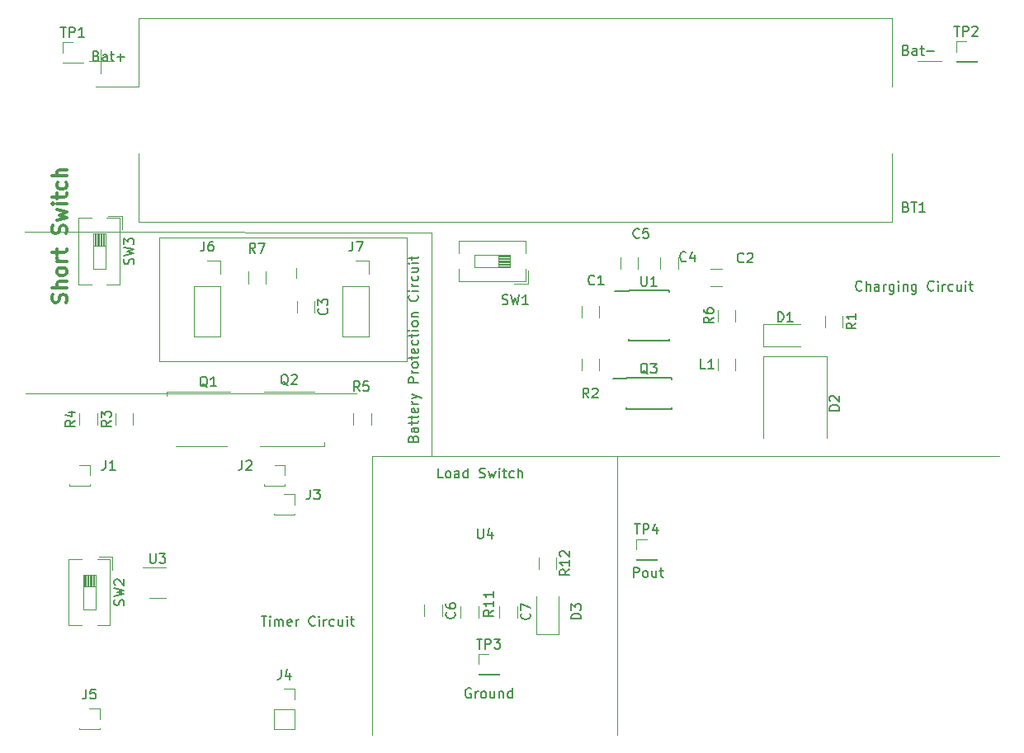
<source format=gbr>
G04 #@! TF.GenerationSoftware,KiCad,Pcbnew,(5.1.0)-1*
G04 #@! TF.CreationDate,2019-06-21T16:46:35-03:00*
G04 #@! TF.ProjectId,Main,4d61696e-2e6b-4696-9361-645f70636258,rev?*
G04 #@! TF.SameCoordinates,Original*
G04 #@! TF.FileFunction,Legend,Top*
G04 #@! TF.FilePolarity,Positive*
%FSLAX46Y46*%
G04 Gerber Fmt 4.6, Leading zero omitted, Abs format (unit mm)*
G04 Created by KiCad (PCBNEW (5.1.0)-1) date 2019-06-21 16:46:35*
%MOMM*%
%LPD*%
G04 APERTURE LIST*
%ADD10C,0.300000*%
%ADD11C,0.120000*%
%ADD12C,0.150000*%
G04 APERTURE END LIST*
D10*
X54207142Y-95657142D02*
X54278571Y-95442857D01*
X54278571Y-95085714D01*
X54207142Y-94942857D01*
X54135714Y-94871428D01*
X53992857Y-94800000D01*
X53850000Y-94800000D01*
X53707142Y-94871428D01*
X53635714Y-94942857D01*
X53564285Y-95085714D01*
X53492857Y-95371428D01*
X53421428Y-95514285D01*
X53350000Y-95585714D01*
X53207142Y-95657142D01*
X53064285Y-95657142D01*
X52921428Y-95585714D01*
X52850000Y-95514285D01*
X52778571Y-95371428D01*
X52778571Y-95014285D01*
X52850000Y-94800000D01*
X54278571Y-94157142D02*
X52778571Y-94157142D01*
X54278571Y-93514285D02*
X53492857Y-93514285D01*
X53350000Y-93585714D01*
X53278571Y-93728571D01*
X53278571Y-93942857D01*
X53350000Y-94085714D01*
X53421428Y-94157142D01*
X54278571Y-92585714D02*
X54207142Y-92728571D01*
X54135714Y-92800000D01*
X53992857Y-92871428D01*
X53564285Y-92871428D01*
X53421428Y-92800000D01*
X53350000Y-92728571D01*
X53278571Y-92585714D01*
X53278571Y-92371428D01*
X53350000Y-92228571D01*
X53421428Y-92157142D01*
X53564285Y-92085714D01*
X53992857Y-92085714D01*
X54135714Y-92157142D01*
X54207142Y-92228571D01*
X54278571Y-92371428D01*
X54278571Y-92585714D01*
X54278571Y-91442857D02*
X53278571Y-91442857D01*
X53564285Y-91442857D02*
X53421428Y-91371428D01*
X53350000Y-91300000D01*
X53278571Y-91157142D01*
X53278571Y-91014285D01*
X53278571Y-90728571D02*
X53278571Y-90157142D01*
X52778571Y-90514285D02*
X54064285Y-90514285D01*
X54207142Y-90442857D01*
X54278571Y-90300000D01*
X54278571Y-90157142D01*
X54207142Y-88585714D02*
X54278571Y-88371428D01*
X54278571Y-88014285D01*
X54207142Y-87871428D01*
X54135714Y-87800000D01*
X53992857Y-87728571D01*
X53850000Y-87728571D01*
X53707142Y-87800000D01*
X53635714Y-87871428D01*
X53564285Y-88014285D01*
X53492857Y-88300000D01*
X53421428Y-88442857D01*
X53350000Y-88514285D01*
X53207142Y-88585714D01*
X53064285Y-88585714D01*
X52921428Y-88514285D01*
X52850000Y-88442857D01*
X52778571Y-88300000D01*
X52778571Y-87942857D01*
X52850000Y-87728571D01*
X53278571Y-87228571D02*
X54278571Y-86942857D01*
X53564285Y-86657142D01*
X54278571Y-86371428D01*
X53278571Y-86085714D01*
X54278571Y-85514285D02*
X53278571Y-85514285D01*
X52778571Y-85514285D02*
X52850000Y-85585714D01*
X52921428Y-85514285D01*
X52850000Y-85442857D01*
X52778571Y-85514285D01*
X52921428Y-85514285D01*
X53278571Y-85014285D02*
X53278571Y-84442857D01*
X52778571Y-84800000D02*
X54064285Y-84800000D01*
X54207142Y-84728571D01*
X54278571Y-84585714D01*
X54278571Y-84442857D01*
X54207142Y-83300000D02*
X54278571Y-83442857D01*
X54278571Y-83728571D01*
X54207142Y-83871428D01*
X54135714Y-83942857D01*
X53992857Y-84014285D01*
X53564285Y-84014285D01*
X53421428Y-83942857D01*
X53350000Y-83871428D01*
X53278571Y-83728571D01*
X53278571Y-83442857D01*
X53350000Y-83300000D01*
X54278571Y-82657142D02*
X52778571Y-82657142D01*
X54278571Y-82014285D02*
X53492857Y-82014285D01*
X53350000Y-82085714D01*
X53278571Y-82228571D01*
X53278571Y-82442857D01*
X53350000Y-82585714D01*
X53421428Y-82657142D01*
D11*
X51000000Y-105000000D02*
X50100000Y-105000000D01*
X52600000Y-88400000D02*
X50000000Y-88400000D01*
X143100000Y-111400000D02*
X150000000Y-111400000D01*
D12*
X112447619Y-123852380D02*
X112447619Y-122852380D01*
X112828571Y-122852380D01*
X112923809Y-122900000D01*
X112971428Y-122947619D01*
X113019047Y-123042857D01*
X113019047Y-123185714D01*
X112971428Y-123280952D01*
X112923809Y-123328571D01*
X112828571Y-123376190D01*
X112447619Y-123376190D01*
X113590476Y-123852380D02*
X113495238Y-123804761D01*
X113447619Y-123757142D01*
X113400000Y-123661904D01*
X113400000Y-123376190D01*
X113447619Y-123280952D01*
X113495238Y-123233333D01*
X113590476Y-123185714D01*
X113733333Y-123185714D01*
X113828571Y-123233333D01*
X113876190Y-123280952D01*
X113923809Y-123376190D01*
X113923809Y-123661904D01*
X113876190Y-123757142D01*
X113828571Y-123804761D01*
X113733333Y-123852380D01*
X113590476Y-123852380D01*
X114780952Y-123185714D02*
X114780952Y-123852380D01*
X114352380Y-123185714D02*
X114352380Y-123709523D01*
X114400000Y-123804761D01*
X114495238Y-123852380D01*
X114638095Y-123852380D01*
X114733333Y-123804761D01*
X114780952Y-123757142D01*
X115114285Y-123185714D02*
X115495238Y-123185714D01*
X115257142Y-122852380D02*
X115257142Y-123709523D01*
X115304761Y-123804761D01*
X115400000Y-123852380D01*
X115495238Y-123852380D01*
D11*
X110800000Y-111400000D02*
X144700000Y-111400000D01*
X53700000Y-88400000D02*
X52600000Y-88400000D01*
X91700000Y-88500000D02*
X53700000Y-88400000D01*
X91700000Y-111400000D02*
X91700000Y-88500000D01*
X63800000Y-89000000D02*
X63800000Y-101700000D01*
X89200000Y-101700000D02*
X63800000Y-101700000D01*
X89200000Y-89000000D02*
X89200000Y-101700000D01*
X84000000Y-105000000D02*
X51000000Y-105000000D01*
X63800000Y-89000000D02*
X89200000Y-89000000D01*
X110800000Y-111400000D02*
X110800000Y-140000000D01*
X85600000Y-111400000D02*
X110800000Y-111400000D01*
D12*
X135866666Y-94357142D02*
X135819047Y-94404761D01*
X135676190Y-94452380D01*
X135580952Y-94452380D01*
X135438095Y-94404761D01*
X135342857Y-94309523D01*
X135295238Y-94214285D01*
X135247619Y-94023809D01*
X135247619Y-93880952D01*
X135295238Y-93690476D01*
X135342857Y-93595238D01*
X135438095Y-93500000D01*
X135580952Y-93452380D01*
X135676190Y-93452380D01*
X135819047Y-93500000D01*
X135866666Y-93547619D01*
X136295238Y-94452380D02*
X136295238Y-93452380D01*
X136723809Y-94452380D02*
X136723809Y-93928571D01*
X136676190Y-93833333D01*
X136580952Y-93785714D01*
X136438095Y-93785714D01*
X136342857Y-93833333D01*
X136295238Y-93880952D01*
X137628571Y-94452380D02*
X137628571Y-93928571D01*
X137580952Y-93833333D01*
X137485714Y-93785714D01*
X137295238Y-93785714D01*
X137200000Y-93833333D01*
X137628571Y-94404761D02*
X137533333Y-94452380D01*
X137295238Y-94452380D01*
X137200000Y-94404761D01*
X137152380Y-94309523D01*
X137152380Y-94214285D01*
X137200000Y-94119047D01*
X137295238Y-94071428D01*
X137533333Y-94071428D01*
X137628571Y-94023809D01*
X138104761Y-94452380D02*
X138104761Y-93785714D01*
X138104761Y-93976190D02*
X138152380Y-93880952D01*
X138200000Y-93833333D01*
X138295238Y-93785714D01*
X138390476Y-93785714D01*
X139152380Y-93785714D02*
X139152380Y-94595238D01*
X139104761Y-94690476D01*
X139057142Y-94738095D01*
X138961904Y-94785714D01*
X138819047Y-94785714D01*
X138723809Y-94738095D01*
X139152380Y-94404761D02*
X139057142Y-94452380D01*
X138866666Y-94452380D01*
X138771428Y-94404761D01*
X138723809Y-94357142D01*
X138676190Y-94261904D01*
X138676190Y-93976190D01*
X138723809Y-93880952D01*
X138771428Y-93833333D01*
X138866666Y-93785714D01*
X139057142Y-93785714D01*
X139152380Y-93833333D01*
X139628571Y-94452380D02*
X139628571Y-93785714D01*
X139628571Y-93452380D02*
X139580952Y-93500000D01*
X139628571Y-93547619D01*
X139676190Y-93500000D01*
X139628571Y-93452380D01*
X139628571Y-93547619D01*
X140104761Y-93785714D02*
X140104761Y-94452380D01*
X140104761Y-93880952D02*
X140152380Y-93833333D01*
X140247619Y-93785714D01*
X140390476Y-93785714D01*
X140485714Y-93833333D01*
X140533333Y-93928571D01*
X140533333Y-94452380D01*
X141438095Y-93785714D02*
X141438095Y-94595238D01*
X141390476Y-94690476D01*
X141342857Y-94738095D01*
X141247619Y-94785714D01*
X141104761Y-94785714D01*
X141009523Y-94738095D01*
X141438095Y-94404761D02*
X141342857Y-94452380D01*
X141152380Y-94452380D01*
X141057142Y-94404761D01*
X141009523Y-94357142D01*
X140961904Y-94261904D01*
X140961904Y-93976190D01*
X141009523Y-93880952D01*
X141057142Y-93833333D01*
X141152380Y-93785714D01*
X141342857Y-93785714D01*
X141438095Y-93833333D01*
X143247619Y-94357142D02*
X143200000Y-94404761D01*
X143057142Y-94452380D01*
X142961904Y-94452380D01*
X142819047Y-94404761D01*
X142723809Y-94309523D01*
X142676190Y-94214285D01*
X142628571Y-94023809D01*
X142628571Y-93880952D01*
X142676190Y-93690476D01*
X142723809Y-93595238D01*
X142819047Y-93500000D01*
X142961904Y-93452380D01*
X143057142Y-93452380D01*
X143200000Y-93500000D01*
X143247619Y-93547619D01*
X143676190Y-94452380D02*
X143676190Y-93785714D01*
X143676190Y-93452380D02*
X143628571Y-93500000D01*
X143676190Y-93547619D01*
X143723809Y-93500000D01*
X143676190Y-93452380D01*
X143676190Y-93547619D01*
X144152380Y-94452380D02*
X144152380Y-93785714D01*
X144152380Y-93976190D02*
X144200000Y-93880952D01*
X144247619Y-93833333D01*
X144342857Y-93785714D01*
X144438095Y-93785714D01*
X145200000Y-94404761D02*
X145104761Y-94452380D01*
X144914285Y-94452380D01*
X144819047Y-94404761D01*
X144771428Y-94357142D01*
X144723809Y-94261904D01*
X144723809Y-93976190D01*
X144771428Y-93880952D01*
X144819047Y-93833333D01*
X144914285Y-93785714D01*
X145104761Y-93785714D01*
X145200000Y-93833333D01*
X146057142Y-93785714D02*
X146057142Y-94452380D01*
X145628571Y-93785714D02*
X145628571Y-94309523D01*
X145676190Y-94404761D01*
X145771428Y-94452380D01*
X145914285Y-94452380D01*
X146009523Y-94404761D01*
X146057142Y-94357142D01*
X146533333Y-94452380D02*
X146533333Y-93785714D01*
X146533333Y-93452380D02*
X146485714Y-93500000D01*
X146533333Y-93547619D01*
X146580952Y-93500000D01*
X146533333Y-93452380D01*
X146533333Y-93547619D01*
X146866666Y-93785714D02*
X147247619Y-93785714D01*
X147009523Y-93452380D02*
X147009523Y-94309523D01*
X147057142Y-94404761D01*
X147152380Y-94452380D01*
X147247619Y-94452380D01*
X92866666Y-113652380D02*
X92390476Y-113652380D01*
X92390476Y-112652380D01*
X93342857Y-113652380D02*
X93247619Y-113604761D01*
X93200000Y-113557142D01*
X93152380Y-113461904D01*
X93152380Y-113176190D01*
X93200000Y-113080952D01*
X93247619Y-113033333D01*
X93342857Y-112985714D01*
X93485714Y-112985714D01*
X93580952Y-113033333D01*
X93628571Y-113080952D01*
X93676190Y-113176190D01*
X93676190Y-113461904D01*
X93628571Y-113557142D01*
X93580952Y-113604761D01*
X93485714Y-113652380D01*
X93342857Y-113652380D01*
X94533333Y-113652380D02*
X94533333Y-113128571D01*
X94485714Y-113033333D01*
X94390476Y-112985714D01*
X94200000Y-112985714D01*
X94104761Y-113033333D01*
X94533333Y-113604761D02*
X94438095Y-113652380D01*
X94200000Y-113652380D01*
X94104761Y-113604761D01*
X94057142Y-113509523D01*
X94057142Y-113414285D01*
X94104761Y-113319047D01*
X94200000Y-113271428D01*
X94438095Y-113271428D01*
X94533333Y-113223809D01*
X95438095Y-113652380D02*
X95438095Y-112652380D01*
X95438095Y-113604761D02*
X95342857Y-113652380D01*
X95152380Y-113652380D01*
X95057142Y-113604761D01*
X95009523Y-113557142D01*
X94961904Y-113461904D01*
X94961904Y-113176190D01*
X95009523Y-113080952D01*
X95057142Y-113033333D01*
X95152380Y-112985714D01*
X95342857Y-112985714D01*
X95438095Y-113033333D01*
X96628571Y-113604761D02*
X96771428Y-113652380D01*
X97009523Y-113652380D01*
X97104761Y-113604761D01*
X97152380Y-113557142D01*
X97200000Y-113461904D01*
X97200000Y-113366666D01*
X97152380Y-113271428D01*
X97104761Y-113223809D01*
X97009523Y-113176190D01*
X96819047Y-113128571D01*
X96723809Y-113080952D01*
X96676190Y-113033333D01*
X96628571Y-112938095D01*
X96628571Y-112842857D01*
X96676190Y-112747619D01*
X96723809Y-112700000D01*
X96819047Y-112652380D01*
X97057142Y-112652380D01*
X97200000Y-112700000D01*
X97533333Y-112985714D02*
X97723809Y-113652380D01*
X97914285Y-113176190D01*
X98104761Y-113652380D01*
X98295238Y-112985714D01*
X98676190Y-113652380D02*
X98676190Y-112985714D01*
X98676190Y-112652380D02*
X98628571Y-112700000D01*
X98676190Y-112747619D01*
X98723809Y-112700000D01*
X98676190Y-112652380D01*
X98676190Y-112747619D01*
X99009523Y-112985714D02*
X99390476Y-112985714D01*
X99152380Y-112652380D02*
X99152380Y-113509523D01*
X99200000Y-113604761D01*
X99295238Y-113652380D01*
X99390476Y-113652380D01*
X100152380Y-113604761D02*
X100057142Y-113652380D01*
X99866666Y-113652380D01*
X99771428Y-113604761D01*
X99723809Y-113557142D01*
X99676190Y-113461904D01*
X99676190Y-113176190D01*
X99723809Y-113080952D01*
X99771428Y-113033333D01*
X99866666Y-112985714D01*
X100057142Y-112985714D01*
X100152380Y-113033333D01*
X100580952Y-113652380D02*
X100580952Y-112652380D01*
X101009523Y-113652380D02*
X101009523Y-113128571D01*
X100961904Y-113033333D01*
X100866666Y-112985714D01*
X100723809Y-112985714D01*
X100628571Y-113033333D01*
X100580952Y-113080952D01*
X89828571Y-109619047D02*
X89876190Y-109476190D01*
X89923809Y-109428571D01*
X90019047Y-109380952D01*
X90161904Y-109380952D01*
X90257142Y-109428571D01*
X90304761Y-109476190D01*
X90352380Y-109571428D01*
X90352380Y-109952380D01*
X89352380Y-109952380D01*
X89352380Y-109619047D01*
X89400000Y-109523809D01*
X89447619Y-109476190D01*
X89542857Y-109428571D01*
X89638095Y-109428571D01*
X89733333Y-109476190D01*
X89780952Y-109523809D01*
X89828571Y-109619047D01*
X89828571Y-109952380D01*
X90352380Y-108523809D02*
X89828571Y-108523809D01*
X89733333Y-108571428D01*
X89685714Y-108666666D01*
X89685714Y-108857142D01*
X89733333Y-108952380D01*
X90304761Y-108523809D02*
X90352380Y-108619047D01*
X90352380Y-108857142D01*
X90304761Y-108952380D01*
X90209523Y-109000000D01*
X90114285Y-109000000D01*
X90019047Y-108952380D01*
X89971428Y-108857142D01*
X89971428Y-108619047D01*
X89923809Y-108523809D01*
X89685714Y-108190476D02*
X89685714Y-107809523D01*
X89352380Y-108047619D02*
X90209523Y-108047619D01*
X90304761Y-108000000D01*
X90352380Y-107904761D01*
X90352380Y-107809523D01*
X89685714Y-107619047D02*
X89685714Y-107238095D01*
X89352380Y-107476190D02*
X90209523Y-107476190D01*
X90304761Y-107428571D01*
X90352380Y-107333333D01*
X90352380Y-107238095D01*
X90304761Y-106523809D02*
X90352380Y-106619047D01*
X90352380Y-106809523D01*
X90304761Y-106904761D01*
X90209523Y-106952380D01*
X89828571Y-106952380D01*
X89733333Y-106904761D01*
X89685714Y-106809523D01*
X89685714Y-106619047D01*
X89733333Y-106523809D01*
X89828571Y-106476190D01*
X89923809Y-106476190D01*
X90019047Y-106952380D01*
X90352380Y-106047619D02*
X89685714Y-106047619D01*
X89876190Y-106047619D02*
X89780952Y-106000000D01*
X89733333Y-105952380D01*
X89685714Y-105857142D01*
X89685714Y-105761904D01*
X89685714Y-105523809D02*
X90352380Y-105285714D01*
X89685714Y-105047619D02*
X90352380Y-105285714D01*
X90590476Y-105380952D01*
X90638095Y-105428571D01*
X90685714Y-105523809D01*
X90352380Y-103904761D02*
X89352380Y-103904761D01*
X89352380Y-103523809D01*
X89400000Y-103428571D01*
X89447619Y-103380952D01*
X89542857Y-103333333D01*
X89685714Y-103333333D01*
X89780952Y-103380952D01*
X89828571Y-103428571D01*
X89876190Y-103523809D01*
X89876190Y-103904761D01*
X90352380Y-102904761D02*
X89685714Y-102904761D01*
X89876190Y-102904761D02*
X89780952Y-102857142D01*
X89733333Y-102809523D01*
X89685714Y-102714285D01*
X89685714Y-102619047D01*
X90352380Y-102142857D02*
X90304761Y-102238095D01*
X90257142Y-102285714D01*
X90161904Y-102333333D01*
X89876190Y-102333333D01*
X89780952Y-102285714D01*
X89733333Y-102238095D01*
X89685714Y-102142857D01*
X89685714Y-102000000D01*
X89733333Y-101904761D01*
X89780952Y-101857142D01*
X89876190Y-101809523D01*
X90161904Y-101809523D01*
X90257142Y-101857142D01*
X90304761Y-101904761D01*
X90352380Y-102000000D01*
X90352380Y-102142857D01*
X89685714Y-101523809D02*
X89685714Y-101142857D01*
X89352380Y-101380952D02*
X90209523Y-101380952D01*
X90304761Y-101333333D01*
X90352380Y-101238095D01*
X90352380Y-101142857D01*
X90304761Y-100428571D02*
X90352380Y-100523809D01*
X90352380Y-100714285D01*
X90304761Y-100809523D01*
X90209523Y-100857142D01*
X89828571Y-100857142D01*
X89733333Y-100809523D01*
X89685714Y-100714285D01*
X89685714Y-100523809D01*
X89733333Y-100428571D01*
X89828571Y-100380952D01*
X89923809Y-100380952D01*
X90019047Y-100857142D01*
X90304761Y-99523809D02*
X90352380Y-99619047D01*
X90352380Y-99809523D01*
X90304761Y-99904761D01*
X90257142Y-99952380D01*
X90161904Y-100000000D01*
X89876190Y-100000000D01*
X89780952Y-99952380D01*
X89733333Y-99904761D01*
X89685714Y-99809523D01*
X89685714Y-99619047D01*
X89733333Y-99523809D01*
X89685714Y-99238095D02*
X89685714Y-98857142D01*
X89352380Y-99095238D02*
X90209523Y-99095238D01*
X90304761Y-99047619D01*
X90352380Y-98952380D01*
X90352380Y-98857142D01*
X90352380Y-98523809D02*
X89685714Y-98523809D01*
X89352380Y-98523809D02*
X89400000Y-98571428D01*
X89447619Y-98523809D01*
X89400000Y-98476190D01*
X89352380Y-98523809D01*
X89447619Y-98523809D01*
X90352380Y-97904761D02*
X90304761Y-98000000D01*
X90257142Y-98047619D01*
X90161904Y-98095238D01*
X89876190Y-98095238D01*
X89780952Y-98047619D01*
X89733333Y-98000000D01*
X89685714Y-97904761D01*
X89685714Y-97761904D01*
X89733333Y-97666666D01*
X89780952Y-97619047D01*
X89876190Y-97571428D01*
X90161904Y-97571428D01*
X90257142Y-97619047D01*
X90304761Y-97666666D01*
X90352380Y-97761904D01*
X90352380Y-97904761D01*
X89685714Y-97142857D02*
X90352380Y-97142857D01*
X89780952Y-97142857D02*
X89733333Y-97095238D01*
X89685714Y-97000000D01*
X89685714Y-96857142D01*
X89733333Y-96761904D01*
X89828571Y-96714285D01*
X90352380Y-96714285D01*
X90257142Y-94904761D02*
X90304761Y-94952380D01*
X90352380Y-95095238D01*
X90352380Y-95190476D01*
X90304761Y-95333333D01*
X90209523Y-95428571D01*
X90114285Y-95476190D01*
X89923809Y-95523809D01*
X89780952Y-95523809D01*
X89590476Y-95476190D01*
X89495238Y-95428571D01*
X89400000Y-95333333D01*
X89352380Y-95190476D01*
X89352380Y-95095238D01*
X89400000Y-94952380D01*
X89447619Y-94904761D01*
X90352380Y-94476190D02*
X89685714Y-94476190D01*
X89352380Y-94476190D02*
X89400000Y-94523809D01*
X89447619Y-94476190D01*
X89400000Y-94428571D01*
X89352380Y-94476190D01*
X89447619Y-94476190D01*
X90352380Y-94000000D02*
X89685714Y-94000000D01*
X89876190Y-94000000D02*
X89780952Y-93952380D01*
X89733333Y-93904761D01*
X89685714Y-93809523D01*
X89685714Y-93714285D01*
X90304761Y-92952380D02*
X90352380Y-93047619D01*
X90352380Y-93238095D01*
X90304761Y-93333333D01*
X90257142Y-93380952D01*
X90161904Y-93428571D01*
X89876190Y-93428571D01*
X89780952Y-93380952D01*
X89733333Y-93333333D01*
X89685714Y-93238095D01*
X89685714Y-93047619D01*
X89733333Y-92952380D01*
X89685714Y-92095238D02*
X90352380Y-92095238D01*
X89685714Y-92523809D02*
X90209523Y-92523809D01*
X90304761Y-92476190D01*
X90352380Y-92380952D01*
X90352380Y-92238095D01*
X90304761Y-92142857D01*
X90257142Y-92095238D01*
X90352380Y-91619047D02*
X89685714Y-91619047D01*
X89352380Y-91619047D02*
X89400000Y-91666666D01*
X89447619Y-91619047D01*
X89400000Y-91571428D01*
X89352380Y-91619047D01*
X89447619Y-91619047D01*
X89685714Y-91285714D02*
X89685714Y-90904761D01*
X89352380Y-91142857D02*
X90209523Y-91142857D01*
X90304761Y-91095238D01*
X90352380Y-91000000D01*
X90352380Y-90904761D01*
X74238095Y-127852380D02*
X74809523Y-127852380D01*
X74523809Y-128852380D02*
X74523809Y-127852380D01*
X75142857Y-128852380D02*
X75142857Y-128185714D01*
X75142857Y-127852380D02*
X75095238Y-127900000D01*
X75142857Y-127947619D01*
X75190476Y-127900000D01*
X75142857Y-127852380D01*
X75142857Y-127947619D01*
X75619047Y-128852380D02*
X75619047Y-128185714D01*
X75619047Y-128280952D02*
X75666666Y-128233333D01*
X75761904Y-128185714D01*
X75904761Y-128185714D01*
X76000000Y-128233333D01*
X76047619Y-128328571D01*
X76047619Y-128852380D01*
X76047619Y-128328571D02*
X76095238Y-128233333D01*
X76190476Y-128185714D01*
X76333333Y-128185714D01*
X76428571Y-128233333D01*
X76476190Y-128328571D01*
X76476190Y-128852380D01*
X77333333Y-128804761D02*
X77238095Y-128852380D01*
X77047619Y-128852380D01*
X76952380Y-128804761D01*
X76904761Y-128709523D01*
X76904761Y-128328571D01*
X76952380Y-128233333D01*
X77047619Y-128185714D01*
X77238095Y-128185714D01*
X77333333Y-128233333D01*
X77380952Y-128328571D01*
X77380952Y-128423809D01*
X76904761Y-128519047D01*
X77809523Y-128852380D02*
X77809523Y-128185714D01*
X77809523Y-128376190D02*
X77857142Y-128280952D01*
X77904761Y-128233333D01*
X78000000Y-128185714D01*
X78095238Y-128185714D01*
X79761904Y-128757142D02*
X79714285Y-128804761D01*
X79571428Y-128852380D01*
X79476190Y-128852380D01*
X79333333Y-128804761D01*
X79238095Y-128709523D01*
X79190476Y-128614285D01*
X79142857Y-128423809D01*
X79142857Y-128280952D01*
X79190476Y-128090476D01*
X79238095Y-127995238D01*
X79333333Y-127900000D01*
X79476190Y-127852380D01*
X79571428Y-127852380D01*
X79714285Y-127900000D01*
X79761904Y-127947619D01*
X80190476Y-128852380D02*
X80190476Y-128185714D01*
X80190476Y-127852380D02*
X80142857Y-127900000D01*
X80190476Y-127947619D01*
X80238095Y-127900000D01*
X80190476Y-127852380D01*
X80190476Y-127947619D01*
X80666666Y-128852380D02*
X80666666Y-128185714D01*
X80666666Y-128376190D02*
X80714285Y-128280952D01*
X80761904Y-128233333D01*
X80857142Y-128185714D01*
X80952380Y-128185714D01*
X81714285Y-128804761D02*
X81619047Y-128852380D01*
X81428571Y-128852380D01*
X81333333Y-128804761D01*
X81285714Y-128757142D01*
X81238095Y-128661904D01*
X81238095Y-128376190D01*
X81285714Y-128280952D01*
X81333333Y-128233333D01*
X81428571Y-128185714D01*
X81619047Y-128185714D01*
X81714285Y-128233333D01*
X82571428Y-128185714D02*
X82571428Y-128852380D01*
X82142857Y-128185714D02*
X82142857Y-128709523D01*
X82190476Y-128804761D01*
X82285714Y-128852380D01*
X82428571Y-128852380D01*
X82523809Y-128804761D01*
X82571428Y-128757142D01*
X83047619Y-128852380D02*
X83047619Y-128185714D01*
X83047619Y-127852380D02*
X83000000Y-127900000D01*
X83047619Y-127947619D01*
X83095238Y-127900000D01*
X83047619Y-127852380D01*
X83047619Y-127947619D01*
X83380952Y-128185714D02*
X83761904Y-128185714D01*
X83523809Y-127852380D02*
X83523809Y-128709523D01*
X83571428Y-128804761D01*
X83666666Y-128852380D01*
X83761904Y-128852380D01*
X140414285Y-69728571D02*
X140557142Y-69776190D01*
X140604761Y-69823809D01*
X140652380Y-69919047D01*
X140652380Y-70061904D01*
X140604761Y-70157142D01*
X140557142Y-70204761D01*
X140461904Y-70252380D01*
X140080952Y-70252380D01*
X140080952Y-69252380D01*
X140414285Y-69252380D01*
X140509523Y-69300000D01*
X140557142Y-69347619D01*
X140604761Y-69442857D01*
X140604761Y-69538095D01*
X140557142Y-69633333D01*
X140509523Y-69680952D01*
X140414285Y-69728571D01*
X140080952Y-69728571D01*
X141509523Y-70252380D02*
X141509523Y-69728571D01*
X141461904Y-69633333D01*
X141366666Y-69585714D01*
X141176190Y-69585714D01*
X141080952Y-69633333D01*
X141509523Y-70204761D02*
X141414285Y-70252380D01*
X141176190Y-70252380D01*
X141080952Y-70204761D01*
X141033333Y-70109523D01*
X141033333Y-70014285D01*
X141080952Y-69919047D01*
X141176190Y-69871428D01*
X141414285Y-69871428D01*
X141509523Y-69823809D01*
X141842857Y-69585714D02*
X142223809Y-69585714D01*
X141985714Y-69252380D02*
X141985714Y-70109523D01*
X142033333Y-70204761D01*
X142128571Y-70252380D01*
X142223809Y-70252380D01*
X142557142Y-69871428D02*
X143319047Y-69871428D01*
X57314285Y-70328571D02*
X57457142Y-70376190D01*
X57504761Y-70423809D01*
X57552380Y-70519047D01*
X57552380Y-70661904D01*
X57504761Y-70757142D01*
X57457142Y-70804761D01*
X57361904Y-70852380D01*
X56980952Y-70852380D01*
X56980952Y-69852380D01*
X57314285Y-69852380D01*
X57409523Y-69900000D01*
X57457142Y-69947619D01*
X57504761Y-70042857D01*
X57504761Y-70138095D01*
X57457142Y-70233333D01*
X57409523Y-70280952D01*
X57314285Y-70328571D01*
X56980952Y-70328571D01*
X58409523Y-70852380D02*
X58409523Y-70328571D01*
X58361904Y-70233333D01*
X58266666Y-70185714D01*
X58076190Y-70185714D01*
X57980952Y-70233333D01*
X58409523Y-70804761D02*
X58314285Y-70852380D01*
X58076190Y-70852380D01*
X57980952Y-70804761D01*
X57933333Y-70709523D01*
X57933333Y-70614285D01*
X57980952Y-70519047D01*
X58076190Y-70471428D01*
X58314285Y-70471428D01*
X58409523Y-70423809D01*
X58742857Y-70185714D02*
X59123809Y-70185714D01*
X58885714Y-69852380D02*
X58885714Y-70709523D01*
X58933333Y-70804761D01*
X59028571Y-70852380D01*
X59123809Y-70852380D01*
X59457142Y-70471428D02*
X60219047Y-70471428D01*
X59838095Y-70852380D02*
X59838095Y-70090476D01*
X95742857Y-135300000D02*
X95647619Y-135252380D01*
X95504761Y-135252380D01*
X95361904Y-135300000D01*
X95266666Y-135395238D01*
X95219047Y-135490476D01*
X95171428Y-135680952D01*
X95171428Y-135823809D01*
X95219047Y-136014285D01*
X95266666Y-136109523D01*
X95361904Y-136204761D01*
X95504761Y-136252380D01*
X95600000Y-136252380D01*
X95742857Y-136204761D01*
X95790476Y-136157142D01*
X95790476Y-135823809D01*
X95600000Y-135823809D01*
X96219047Y-136252380D02*
X96219047Y-135585714D01*
X96219047Y-135776190D02*
X96266666Y-135680952D01*
X96314285Y-135633333D01*
X96409523Y-135585714D01*
X96504761Y-135585714D01*
X96980952Y-136252380D02*
X96885714Y-136204761D01*
X96838095Y-136157142D01*
X96790476Y-136061904D01*
X96790476Y-135776190D01*
X96838095Y-135680952D01*
X96885714Y-135633333D01*
X96980952Y-135585714D01*
X97123809Y-135585714D01*
X97219047Y-135633333D01*
X97266666Y-135680952D01*
X97314285Y-135776190D01*
X97314285Y-136061904D01*
X97266666Y-136157142D01*
X97219047Y-136204761D01*
X97123809Y-136252380D01*
X96980952Y-136252380D01*
X98171428Y-135585714D02*
X98171428Y-136252380D01*
X97742857Y-135585714D02*
X97742857Y-136109523D01*
X97790476Y-136204761D01*
X97885714Y-136252380D01*
X98028571Y-136252380D01*
X98123809Y-136204761D01*
X98171428Y-136157142D01*
X98647619Y-135585714D02*
X98647619Y-136252380D01*
X98647619Y-135680952D02*
X98695238Y-135633333D01*
X98790476Y-135585714D01*
X98933333Y-135585714D01*
X99028571Y-135633333D01*
X99076190Y-135728571D01*
X99076190Y-136252380D01*
X99980952Y-136252380D02*
X99980952Y-135252380D01*
X99980952Y-136204761D02*
X99885714Y-136252380D01*
X99695238Y-136252380D01*
X99600000Y-136204761D01*
X99552380Y-136157142D01*
X99504761Y-136061904D01*
X99504761Y-135776190D01*
X99552380Y-135680952D01*
X99600000Y-135633333D01*
X99695238Y-135585714D01*
X99885714Y-135585714D01*
X99980952Y-135633333D01*
D11*
X77800000Y-92100000D02*
X77800000Y-93100000D01*
X85600000Y-111400000D02*
X85600000Y-140000000D01*
X82610000Y-93970000D02*
X85270000Y-93970000D01*
X82610000Y-93970000D02*
X82610000Y-99110000D01*
X82610000Y-99110000D02*
X85270000Y-99110000D01*
X85270000Y-93970000D02*
X85270000Y-99110000D01*
X85270000Y-91370000D02*
X85270000Y-92700000D01*
X83940000Y-91370000D02*
X85270000Y-91370000D01*
X61660000Y-73460000D02*
X57300000Y-73460000D01*
X61660000Y-87340000D02*
X61660000Y-80340000D01*
X138940000Y-87340000D02*
X61660000Y-87340000D01*
X138940000Y-80340000D02*
X138940000Y-87340000D01*
X61660000Y-66460000D02*
X61660000Y-73460000D01*
X138940000Y-66460000D02*
X61660000Y-66460000D01*
X138940000Y-73460000D02*
X138940000Y-66480000D01*
X144050000Y-70900000D02*
X141550000Y-70900000D01*
X56550000Y-70900000D02*
X59050000Y-70900000D01*
X57800000Y-72150000D02*
X57800000Y-69650000D01*
X108910000Y-95997936D02*
X108910000Y-97202064D01*
X107090000Y-95997936D02*
X107090000Y-97202064D01*
X121502064Y-92190000D02*
X120297936Y-92190000D01*
X121502064Y-94010000D02*
X120297936Y-94010000D01*
X79710000Y-95497936D02*
X79710000Y-96702064D01*
X77890000Y-95497936D02*
X77890000Y-96702064D01*
X115195001Y-91020937D02*
X115195001Y-92225065D01*
X117015001Y-91020937D02*
X117015001Y-92225065D01*
X112910000Y-91020937D02*
X112910000Y-92225065D01*
X111090000Y-91020937D02*
X111090000Y-92225065D01*
X92796999Y-126682937D02*
X92796999Y-127887065D01*
X90976999Y-126682937D02*
X90976999Y-127887065D01*
X98690000Y-126797936D02*
X98690000Y-128002064D01*
X100510000Y-126797936D02*
X100510000Y-128002064D01*
X125715000Y-100135000D02*
X129600000Y-100135000D01*
X125715000Y-97865000D02*
X125715000Y-100135000D01*
X129600000Y-97865000D02*
X125715000Y-97865000D01*
X125750000Y-101200000D02*
X132250000Y-101200000D01*
X125750000Y-101200000D02*
X125750000Y-109600000D01*
X132250000Y-101200000D02*
X132250000Y-109600000D01*
X102465000Y-125800000D02*
X102465000Y-129685000D01*
X102465000Y-129685000D02*
X104735000Y-129685000D01*
X104735000Y-129685000D02*
X104735000Y-125800000D01*
X54540000Y-114460000D02*
X56660000Y-114460000D01*
X54540000Y-114340000D02*
X54540000Y-114460000D01*
X56660000Y-114340000D02*
X56660000Y-114460000D01*
X56660000Y-112340000D02*
X56660000Y-113400000D01*
X55600000Y-112340000D02*
X56660000Y-112340000D01*
X75600000Y-112340000D02*
X76660000Y-112340000D01*
X76660000Y-112340000D02*
X76660000Y-113400000D01*
X76660000Y-114340000D02*
X76660000Y-114460000D01*
X74540000Y-114340000D02*
X74540000Y-114460000D01*
X74540000Y-114460000D02*
X76660000Y-114460000D01*
X75540000Y-117460000D02*
X77660000Y-117460000D01*
X75540000Y-117340000D02*
X75540000Y-117460000D01*
X77660000Y-117340000D02*
X77660000Y-117460000D01*
X77660000Y-115340000D02*
X77660000Y-116400000D01*
X76600000Y-115340000D02*
X77660000Y-115340000D01*
X75540000Y-137400000D02*
X77660000Y-137400000D01*
X75540000Y-137400000D02*
X75540000Y-139460000D01*
X75540000Y-139460000D02*
X77660000Y-139460000D01*
X77660000Y-137400000D02*
X77660000Y-139460000D01*
X77660000Y-135340000D02*
X77660000Y-136400000D01*
X76600000Y-135340000D02*
X77660000Y-135340000D01*
X56600000Y-137340000D02*
X57660000Y-137340000D01*
X57660000Y-137340000D02*
X57660000Y-138400000D01*
X57660000Y-139340000D02*
X57660000Y-139460000D01*
X55540000Y-139340000D02*
X55540000Y-139460000D01*
X55540000Y-139460000D02*
X57660000Y-139460000D01*
X121090000Y-102602064D02*
X121090000Y-101397936D01*
X122910000Y-102602064D02*
X122910000Y-101397936D01*
X70700000Y-110400000D02*
X65500000Y-110400000D01*
X71100000Y-104800000D02*
X64500000Y-104800000D01*
X64500000Y-104800000D02*
X64500000Y-105200000D01*
X80700000Y-110400000D02*
X80700000Y-110000000D01*
X74100000Y-110400000D02*
X80700000Y-110400000D01*
X74500000Y-104800000D02*
X79700000Y-104800000D01*
D12*
X111675000Y-103375000D02*
X111675000Y-103475000D01*
X116325000Y-103375000D02*
X116325000Y-103575000D01*
X116325000Y-106625000D02*
X116325000Y-106425000D01*
X111675000Y-106625000D02*
X111675000Y-106425000D01*
X111675000Y-103375000D02*
X116325000Y-103375000D01*
X111675000Y-106625000D02*
X116325000Y-106625000D01*
X111675000Y-103475000D02*
X110325000Y-103475000D01*
D11*
X133910000Y-96997936D02*
X133910000Y-98202064D01*
X132090000Y-96997936D02*
X132090000Y-98202064D01*
X108910000Y-101397936D02*
X108910000Y-102602064D01*
X107090000Y-101397936D02*
X107090000Y-102602064D01*
X59290000Y-108202064D02*
X59290000Y-106997936D01*
X61110000Y-108202064D02*
X61110000Y-106997936D01*
X55590000Y-108202064D02*
X55590000Y-106997936D01*
X57410000Y-108202064D02*
X57410000Y-106997936D01*
X85510000Y-108202064D02*
X85510000Y-106997936D01*
X83690000Y-108202064D02*
X83690000Y-106997936D01*
X122910000Y-97602064D02*
X122910000Y-96397936D01*
X121090000Y-97602064D02*
X121090000Y-96397936D01*
X72890000Y-92497936D02*
X72890000Y-93702064D01*
X74710000Y-92497936D02*
X74710000Y-93702064D01*
X94690000Y-126797936D02*
X94690000Y-128002064D01*
X96510000Y-126797936D02*
X96510000Y-128002064D01*
X104510000Y-121797936D02*
X104510000Y-123002064D01*
X102690000Y-121797936D02*
X102690000Y-123002064D01*
X101345000Y-93510000D02*
X94525000Y-93510000D01*
X101345000Y-89290000D02*
X94525000Y-89290000D01*
X101345000Y-93510000D02*
X101345000Y-92200000D01*
X101345000Y-90600000D02*
X101345000Y-89290000D01*
X94525000Y-93510000D02*
X94525000Y-92200000D01*
X94525000Y-90600000D02*
X94525000Y-89290000D01*
X101585000Y-93750000D02*
X100202000Y-93750000D01*
X101585000Y-93750000D02*
X101585000Y-92367000D01*
X99745000Y-92035000D02*
X99745000Y-90765000D01*
X99745000Y-90765000D02*
X96125000Y-90765000D01*
X96125000Y-90765000D02*
X96125000Y-92035000D01*
X96125000Y-92035000D02*
X99745000Y-92035000D01*
X99745000Y-91915000D02*
X98538333Y-91915000D01*
X99745000Y-91795000D02*
X98538333Y-91795000D01*
X99745000Y-91675000D02*
X98538333Y-91675000D01*
X99745000Y-91555000D02*
X98538333Y-91555000D01*
X99745000Y-91435000D02*
X98538333Y-91435000D01*
X99745000Y-91315000D02*
X98538333Y-91315000D01*
X99745000Y-91195000D02*
X98538333Y-91195000D01*
X99745000Y-91075000D02*
X98538333Y-91075000D01*
X99745000Y-90955000D02*
X98538333Y-90955000D01*
X99745000Y-90835000D02*
X98538333Y-90835000D01*
X98538333Y-92035000D02*
X98538333Y-90765000D01*
X58710000Y-121990000D02*
X58710000Y-128810000D01*
X54490000Y-121990000D02*
X54490000Y-128810000D01*
X58710000Y-121990000D02*
X57400000Y-121990000D01*
X55800000Y-121990000D02*
X54490000Y-121990000D01*
X58710000Y-128810000D02*
X57400000Y-128810000D01*
X55800000Y-128810000D02*
X54490000Y-128810000D01*
X58950000Y-121750000D02*
X58950000Y-123133000D01*
X58950000Y-121750000D02*
X57567000Y-121750000D01*
X57235000Y-123590000D02*
X55965000Y-123590000D01*
X55965000Y-123590000D02*
X55965000Y-127210000D01*
X55965000Y-127210000D02*
X57235000Y-127210000D01*
X57235000Y-127210000D02*
X57235000Y-123590000D01*
X57115000Y-123590000D02*
X57115000Y-124796667D01*
X56995000Y-123590000D02*
X56995000Y-124796667D01*
X56875000Y-123590000D02*
X56875000Y-124796667D01*
X56755000Y-123590000D02*
X56755000Y-124796667D01*
X56635000Y-123590000D02*
X56635000Y-124796667D01*
X56515000Y-123590000D02*
X56515000Y-124796667D01*
X56395000Y-123590000D02*
X56395000Y-124796667D01*
X56275000Y-123590000D02*
X56275000Y-124796667D01*
X56155000Y-123590000D02*
X56155000Y-124796667D01*
X56035000Y-123590000D02*
X56035000Y-124796667D01*
X57235000Y-124796667D02*
X55965000Y-124796667D01*
X58235000Y-89796667D02*
X56965000Y-89796667D01*
X57035000Y-88590000D02*
X57035000Y-89796667D01*
X57155000Y-88590000D02*
X57155000Y-89796667D01*
X57275000Y-88590000D02*
X57275000Y-89796667D01*
X57395000Y-88590000D02*
X57395000Y-89796667D01*
X57515000Y-88590000D02*
X57515000Y-89796667D01*
X57635000Y-88590000D02*
X57635000Y-89796667D01*
X57755000Y-88590000D02*
X57755000Y-89796667D01*
X57875000Y-88590000D02*
X57875000Y-89796667D01*
X57995000Y-88590000D02*
X57995000Y-89796667D01*
X58115000Y-88590000D02*
X58115000Y-89796667D01*
X58235000Y-92210000D02*
X58235000Y-88590000D01*
X56965000Y-92210000D02*
X58235000Y-92210000D01*
X56965000Y-88590000D02*
X56965000Y-92210000D01*
X58235000Y-88590000D02*
X56965000Y-88590000D01*
X59950000Y-86750000D02*
X58567000Y-86750000D01*
X59950000Y-86750000D02*
X59950000Y-88133000D01*
X56800000Y-93810000D02*
X55490000Y-93810000D01*
X59710000Y-93810000D02*
X58400000Y-93810000D01*
X56800000Y-86990000D02*
X55490000Y-86990000D01*
X59710000Y-86990000D02*
X58400000Y-86990000D01*
X55490000Y-86990000D02*
X55490000Y-93810000D01*
X59710000Y-86990000D02*
X59710000Y-93810000D01*
X53840000Y-68940000D02*
X54900000Y-68940000D01*
X53840000Y-70000000D02*
X53840000Y-68940000D01*
X53840000Y-71000000D02*
X55960000Y-71000000D01*
X55960000Y-71000000D02*
X55960000Y-71060000D01*
X53840000Y-71000000D02*
X53840000Y-71060000D01*
X53840000Y-71060000D02*
X55960000Y-71060000D01*
X145540000Y-70960000D02*
X147660000Y-70960000D01*
X145540000Y-70900000D02*
X145540000Y-70960000D01*
X147660000Y-70900000D02*
X147660000Y-70960000D01*
X145540000Y-70900000D02*
X147660000Y-70900000D01*
X145540000Y-69900000D02*
X145540000Y-68840000D01*
X145540000Y-68840000D02*
X146600000Y-68840000D01*
X96540000Y-133860000D02*
X98660000Y-133860000D01*
X96540000Y-133800000D02*
X96540000Y-133860000D01*
X98660000Y-133800000D02*
X98660000Y-133860000D01*
X96540000Y-133800000D02*
X98660000Y-133800000D01*
X96540000Y-132800000D02*
X96540000Y-131740000D01*
X96540000Y-131740000D02*
X97600000Y-131740000D01*
D12*
X111925000Y-94425000D02*
X111925000Y-94475000D01*
X116075000Y-94425000D02*
X116075000Y-94570000D01*
X116075000Y-99575000D02*
X116075000Y-99430000D01*
X111925000Y-99575000D02*
X111925000Y-99430000D01*
X111925000Y-94425000D02*
X116075000Y-94425000D01*
X111925000Y-99575000D02*
X116075000Y-99575000D01*
X111925000Y-94475000D02*
X110525000Y-94475000D01*
D11*
X62720000Y-125960000D02*
X64480000Y-125960000D01*
X64480000Y-122890000D02*
X62050000Y-122890000D01*
X68700000Y-91370000D02*
X70030000Y-91370000D01*
X70030000Y-91370000D02*
X70030000Y-92700000D01*
X70030000Y-93970000D02*
X70030000Y-99110000D01*
X67370000Y-99110000D02*
X70030000Y-99110000D01*
X67370000Y-93970000D02*
X67370000Y-99110000D01*
X67370000Y-93970000D02*
X70030000Y-93970000D01*
X112740000Y-122060000D02*
X114860000Y-122060000D01*
X112740000Y-122000000D02*
X112740000Y-122060000D01*
X114860000Y-122000000D02*
X114860000Y-122060000D01*
X112740000Y-122000000D02*
X114860000Y-122000000D01*
X112740000Y-121000000D02*
X112740000Y-119940000D01*
X112740000Y-119940000D02*
X113800000Y-119940000D01*
D12*
X83606666Y-89382380D02*
X83606666Y-90096666D01*
X83559047Y-90239523D01*
X83463809Y-90334761D01*
X83320952Y-90382380D01*
X83225714Y-90382380D01*
X83987619Y-89382380D02*
X84654285Y-89382380D01*
X84225714Y-90382380D01*
X140414285Y-85828571D02*
X140557142Y-85876190D01*
X140604761Y-85923809D01*
X140652380Y-86019047D01*
X140652380Y-86161904D01*
X140604761Y-86257142D01*
X140557142Y-86304761D01*
X140461904Y-86352380D01*
X140080952Y-86352380D01*
X140080952Y-85352380D01*
X140414285Y-85352380D01*
X140509523Y-85400000D01*
X140557142Y-85447619D01*
X140604761Y-85542857D01*
X140604761Y-85638095D01*
X140557142Y-85733333D01*
X140509523Y-85780952D01*
X140414285Y-85828571D01*
X140080952Y-85828571D01*
X140938095Y-85352380D02*
X141509523Y-85352380D01*
X141223809Y-86352380D02*
X141223809Y-85352380D01*
X142366666Y-86352380D02*
X141795238Y-86352380D01*
X142080952Y-86352380D02*
X142080952Y-85352380D01*
X141985714Y-85495238D01*
X141890476Y-85590476D01*
X141795238Y-85638095D01*
X108433333Y-93757142D02*
X108385714Y-93804761D01*
X108242857Y-93852380D01*
X108147619Y-93852380D01*
X108004761Y-93804761D01*
X107909523Y-93709523D01*
X107861904Y-93614285D01*
X107814285Y-93423809D01*
X107814285Y-93280952D01*
X107861904Y-93090476D01*
X107909523Y-92995238D01*
X108004761Y-92900000D01*
X108147619Y-92852380D01*
X108242857Y-92852380D01*
X108385714Y-92900000D01*
X108433333Y-92947619D01*
X109385714Y-93852380D02*
X108814285Y-93852380D01*
X109100000Y-93852380D02*
X109100000Y-92852380D01*
X109004761Y-92995238D01*
X108909523Y-93090476D01*
X108814285Y-93138095D01*
X123733333Y-91457142D02*
X123685714Y-91504761D01*
X123542857Y-91552380D01*
X123447619Y-91552380D01*
X123304761Y-91504761D01*
X123209523Y-91409523D01*
X123161904Y-91314285D01*
X123114285Y-91123809D01*
X123114285Y-90980952D01*
X123161904Y-90790476D01*
X123209523Y-90695238D01*
X123304761Y-90600000D01*
X123447619Y-90552380D01*
X123542857Y-90552380D01*
X123685714Y-90600000D01*
X123733333Y-90647619D01*
X124114285Y-90647619D02*
X124161904Y-90600000D01*
X124257142Y-90552380D01*
X124495238Y-90552380D01*
X124590476Y-90600000D01*
X124638095Y-90647619D01*
X124685714Y-90742857D01*
X124685714Y-90838095D01*
X124638095Y-90980952D01*
X124066666Y-91552380D01*
X124685714Y-91552380D01*
X80977142Y-96266666D02*
X81024761Y-96314285D01*
X81072380Y-96457142D01*
X81072380Y-96552380D01*
X81024761Y-96695238D01*
X80929523Y-96790476D01*
X80834285Y-96838095D01*
X80643809Y-96885714D01*
X80500952Y-96885714D01*
X80310476Y-96838095D01*
X80215238Y-96790476D01*
X80120000Y-96695238D01*
X80072380Y-96552380D01*
X80072380Y-96457142D01*
X80120000Y-96314285D01*
X80167619Y-96266666D01*
X80072380Y-95933333D02*
X80072380Y-95314285D01*
X80453333Y-95647619D01*
X80453333Y-95504761D01*
X80500952Y-95409523D01*
X80548571Y-95361904D01*
X80643809Y-95314285D01*
X80881904Y-95314285D01*
X80977142Y-95361904D01*
X81024761Y-95409523D01*
X81072380Y-95504761D01*
X81072380Y-95790476D01*
X81024761Y-95885714D01*
X80977142Y-95933333D01*
X117833333Y-91357142D02*
X117785714Y-91404761D01*
X117642857Y-91452380D01*
X117547619Y-91452380D01*
X117404761Y-91404761D01*
X117309523Y-91309523D01*
X117261904Y-91214285D01*
X117214285Y-91023809D01*
X117214285Y-90880952D01*
X117261904Y-90690476D01*
X117309523Y-90595238D01*
X117404761Y-90500000D01*
X117547619Y-90452380D01*
X117642857Y-90452380D01*
X117785714Y-90500000D01*
X117833333Y-90547619D01*
X118690476Y-90785714D02*
X118690476Y-91452380D01*
X118452380Y-90404761D02*
X118214285Y-91119047D01*
X118833333Y-91119047D01*
X113033333Y-88957142D02*
X112985714Y-89004761D01*
X112842857Y-89052380D01*
X112747619Y-89052380D01*
X112604761Y-89004761D01*
X112509523Y-88909523D01*
X112461904Y-88814285D01*
X112414285Y-88623809D01*
X112414285Y-88480952D01*
X112461904Y-88290476D01*
X112509523Y-88195238D01*
X112604761Y-88100000D01*
X112747619Y-88052380D01*
X112842857Y-88052380D01*
X112985714Y-88100000D01*
X113033333Y-88147619D01*
X113938095Y-88052380D02*
X113461904Y-88052380D01*
X113414285Y-88528571D01*
X113461904Y-88480952D01*
X113557142Y-88433333D01*
X113795238Y-88433333D01*
X113890476Y-88480952D01*
X113938095Y-88528571D01*
X113985714Y-88623809D01*
X113985714Y-88861904D01*
X113938095Y-88957142D01*
X113890476Y-89004761D01*
X113795238Y-89052380D01*
X113557142Y-89052380D01*
X113461904Y-89004761D01*
X113414285Y-88957142D01*
X94064141Y-127451667D02*
X94111760Y-127499286D01*
X94159379Y-127642143D01*
X94159379Y-127737381D01*
X94111760Y-127880239D01*
X94016522Y-127975477D01*
X93921284Y-128023096D01*
X93730808Y-128070715D01*
X93587951Y-128070715D01*
X93397475Y-128023096D01*
X93302237Y-127975477D01*
X93206999Y-127880239D01*
X93159379Y-127737381D01*
X93159379Y-127642143D01*
X93206999Y-127499286D01*
X93254618Y-127451667D01*
X93159379Y-126594524D02*
X93159379Y-126785001D01*
X93206999Y-126880239D01*
X93254618Y-126927858D01*
X93397475Y-127023096D01*
X93587951Y-127070715D01*
X93968903Y-127070715D01*
X94064141Y-127023096D01*
X94111760Y-126975477D01*
X94159379Y-126880239D01*
X94159379Y-126689762D01*
X94111760Y-126594524D01*
X94064141Y-126546905D01*
X93968903Y-126499286D01*
X93730808Y-126499286D01*
X93635570Y-126546905D01*
X93587951Y-126594524D01*
X93540332Y-126689762D01*
X93540332Y-126880239D01*
X93587951Y-126975477D01*
X93635570Y-127023096D01*
X93730808Y-127070715D01*
X101777142Y-127566666D02*
X101824761Y-127614285D01*
X101872380Y-127757142D01*
X101872380Y-127852380D01*
X101824761Y-127995238D01*
X101729523Y-128090476D01*
X101634285Y-128138095D01*
X101443809Y-128185714D01*
X101300952Y-128185714D01*
X101110476Y-128138095D01*
X101015238Y-128090476D01*
X100920000Y-127995238D01*
X100872380Y-127852380D01*
X100872380Y-127757142D01*
X100920000Y-127614285D01*
X100967619Y-127566666D01*
X100872380Y-127233333D02*
X100872380Y-126566666D01*
X101872380Y-126995238D01*
X127261904Y-97632380D02*
X127261904Y-96632380D01*
X127500000Y-96632380D01*
X127642857Y-96680000D01*
X127738095Y-96775238D01*
X127785714Y-96870476D01*
X127833333Y-97060952D01*
X127833333Y-97203809D01*
X127785714Y-97394285D01*
X127738095Y-97489523D01*
X127642857Y-97584761D01*
X127500000Y-97632380D01*
X127261904Y-97632380D01*
X128785714Y-97632380D02*
X128214285Y-97632380D01*
X128500000Y-97632380D02*
X128500000Y-96632380D01*
X128404761Y-96775238D01*
X128309523Y-96870476D01*
X128214285Y-96918095D01*
X133552380Y-106738095D02*
X132552380Y-106738095D01*
X132552380Y-106500000D01*
X132600000Y-106357142D01*
X132695238Y-106261904D01*
X132790476Y-106214285D01*
X132980952Y-106166666D01*
X133123809Y-106166666D01*
X133314285Y-106214285D01*
X133409523Y-106261904D01*
X133504761Y-106357142D01*
X133552380Y-106500000D01*
X133552380Y-106738095D01*
X132647619Y-105785714D02*
X132600000Y-105738095D01*
X132552380Y-105642857D01*
X132552380Y-105404761D01*
X132600000Y-105309523D01*
X132647619Y-105261904D01*
X132742857Y-105214285D01*
X132838095Y-105214285D01*
X132980952Y-105261904D01*
X133552380Y-105833333D01*
X133552380Y-105214285D01*
X107052380Y-128138095D02*
X106052380Y-128138095D01*
X106052380Y-127900000D01*
X106100000Y-127757142D01*
X106195238Y-127661904D01*
X106290476Y-127614285D01*
X106480952Y-127566666D01*
X106623809Y-127566666D01*
X106814285Y-127614285D01*
X106909523Y-127661904D01*
X107004761Y-127757142D01*
X107052380Y-127900000D01*
X107052380Y-128138095D01*
X106052380Y-127233333D02*
X106052380Y-126614285D01*
X106433333Y-126947619D01*
X106433333Y-126804761D01*
X106480952Y-126709523D01*
X106528571Y-126661904D01*
X106623809Y-126614285D01*
X106861904Y-126614285D01*
X106957142Y-126661904D01*
X107004761Y-126709523D01*
X107052380Y-126804761D01*
X107052380Y-127090476D01*
X107004761Y-127185714D01*
X106957142Y-127233333D01*
X58266666Y-111852380D02*
X58266666Y-112566666D01*
X58219047Y-112709523D01*
X58123809Y-112804761D01*
X57980952Y-112852380D01*
X57885714Y-112852380D01*
X59266666Y-112852380D02*
X58695238Y-112852380D01*
X58980952Y-112852380D02*
X58980952Y-111852380D01*
X58885714Y-111995238D01*
X58790476Y-112090476D01*
X58695238Y-112138095D01*
X72266666Y-111852380D02*
X72266666Y-112566666D01*
X72219047Y-112709523D01*
X72123809Y-112804761D01*
X71980952Y-112852380D01*
X71885714Y-112852380D01*
X72695238Y-111947619D02*
X72742857Y-111900000D01*
X72838095Y-111852380D01*
X73076190Y-111852380D01*
X73171428Y-111900000D01*
X73219047Y-111947619D01*
X73266666Y-112042857D01*
X73266666Y-112138095D01*
X73219047Y-112280952D01*
X72647619Y-112852380D01*
X73266666Y-112852380D01*
X79266666Y-114852380D02*
X79266666Y-115566666D01*
X79219047Y-115709523D01*
X79123809Y-115804761D01*
X78980952Y-115852380D01*
X78885714Y-115852380D01*
X79647619Y-114852380D02*
X80266666Y-114852380D01*
X79933333Y-115233333D01*
X80076190Y-115233333D01*
X80171428Y-115280952D01*
X80219047Y-115328571D01*
X80266666Y-115423809D01*
X80266666Y-115661904D01*
X80219047Y-115757142D01*
X80171428Y-115804761D01*
X80076190Y-115852380D01*
X79790476Y-115852380D01*
X79695238Y-115804761D01*
X79647619Y-115757142D01*
X76266666Y-133352380D02*
X76266666Y-134066666D01*
X76219047Y-134209523D01*
X76123809Y-134304761D01*
X75980952Y-134352380D01*
X75885714Y-134352380D01*
X77171428Y-133685714D02*
X77171428Y-134352380D01*
X76933333Y-133304761D02*
X76695238Y-134019047D01*
X77314285Y-134019047D01*
X56266666Y-135352380D02*
X56266666Y-136066666D01*
X56219047Y-136209523D01*
X56123809Y-136304761D01*
X55980952Y-136352380D01*
X55885714Y-136352380D01*
X57219047Y-135352380D02*
X56742857Y-135352380D01*
X56695238Y-135828571D01*
X56742857Y-135780952D01*
X56838095Y-135733333D01*
X57076190Y-135733333D01*
X57171428Y-135780952D01*
X57219047Y-135828571D01*
X57266666Y-135923809D01*
X57266666Y-136161904D01*
X57219047Y-136257142D01*
X57171428Y-136304761D01*
X57076190Y-136352380D01*
X56838095Y-136352380D01*
X56742857Y-136304761D01*
X56695238Y-136257142D01*
X119833333Y-102452380D02*
X119357142Y-102452380D01*
X119357142Y-101452380D01*
X120690476Y-102452380D02*
X120119047Y-102452380D01*
X120404761Y-102452380D02*
X120404761Y-101452380D01*
X120309523Y-101595238D01*
X120214285Y-101690476D01*
X120119047Y-101738095D01*
X68704761Y-104347619D02*
X68609523Y-104300000D01*
X68514285Y-104204761D01*
X68371428Y-104061904D01*
X68276190Y-104014285D01*
X68180952Y-104014285D01*
X68228571Y-104252380D02*
X68133333Y-104204761D01*
X68038095Y-104109523D01*
X67990476Y-103919047D01*
X67990476Y-103585714D01*
X68038095Y-103395238D01*
X68133333Y-103300000D01*
X68228571Y-103252380D01*
X68419047Y-103252380D01*
X68514285Y-103300000D01*
X68609523Y-103395238D01*
X68657142Y-103585714D01*
X68657142Y-103919047D01*
X68609523Y-104109523D01*
X68514285Y-104204761D01*
X68419047Y-104252380D01*
X68228571Y-104252380D01*
X69609523Y-104252380D02*
X69038095Y-104252380D01*
X69323809Y-104252380D02*
X69323809Y-103252380D01*
X69228571Y-103395238D01*
X69133333Y-103490476D01*
X69038095Y-103538095D01*
X77004761Y-104147619D02*
X76909523Y-104100000D01*
X76814285Y-104004761D01*
X76671428Y-103861904D01*
X76576190Y-103814285D01*
X76480952Y-103814285D01*
X76528571Y-104052380D02*
X76433333Y-104004761D01*
X76338095Y-103909523D01*
X76290476Y-103719047D01*
X76290476Y-103385714D01*
X76338095Y-103195238D01*
X76433333Y-103100000D01*
X76528571Y-103052380D01*
X76719047Y-103052380D01*
X76814285Y-103100000D01*
X76909523Y-103195238D01*
X76957142Y-103385714D01*
X76957142Y-103719047D01*
X76909523Y-103909523D01*
X76814285Y-104004761D01*
X76719047Y-104052380D01*
X76528571Y-104052380D01*
X77338095Y-103147619D02*
X77385714Y-103100000D01*
X77480952Y-103052380D01*
X77719047Y-103052380D01*
X77814285Y-103100000D01*
X77861904Y-103147619D01*
X77909523Y-103242857D01*
X77909523Y-103338095D01*
X77861904Y-103480952D01*
X77290476Y-104052380D01*
X77909523Y-104052380D01*
X113904761Y-102997619D02*
X113809523Y-102950000D01*
X113714285Y-102854761D01*
X113571428Y-102711904D01*
X113476190Y-102664285D01*
X113380952Y-102664285D01*
X113428571Y-102902380D02*
X113333333Y-102854761D01*
X113238095Y-102759523D01*
X113190476Y-102569047D01*
X113190476Y-102235714D01*
X113238095Y-102045238D01*
X113333333Y-101950000D01*
X113428571Y-101902380D01*
X113619047Y-101902380D01*
X113714285Y-101950000D01*
X113809523Y-102045238D01*
X113857142Y-102235714D01*
X113857142Y-102569047D01*
X113809523Y-102759523D01*
X113714285Y-102854761D01*
X113619047Y-102902380D01*
X113428571Y-102902380D01*
X114190476Y-101902380D02*
X114809523Y-101902380D01*
X114476190Y-102283333D01*
X114619047Y-102283333D01*
X114714285Y-102330952D01*
X114761904Y-102378571D01*
X114809523Y-102473809D01*
X114809523Y-102711904D01*
X114761904Y-102807142D01*
X114714285Y-102854761D01*
X114619047Y-102902380D01*
X114333333Y-102902380D01*
X114238095Y-102854761D01*
X114190476Y-102807142D01*
X135272380Y-97766666D02*
X134796190Y-98100000D01*
X135272380Y-98338095D02*
X134272380Y-98338095D01*
X134272380Y-97957142D01*
X134320000Y-97861904D01*
X134367619Y-97814285D01*
X134462857Y-97766666D01*
X134605714Y-97766666D01*
X134700952Y-97814285D01*
X134748571Y-97861904D01*
X134796190Y-97957142D01*
X134796190Y-98338095D01*
X135272380Y-96814285D02*
X135272380Y-97385714D01*
X135272380Y-97100000D02*
X134272380Y-97100000D01*
X134415238Y-97195238D01*
X134510476Y-97290476D01*
X134558095Y-97385714D01*
X107833333Y-105452380D02*
X107500000Y-104976190D01*
X107261904Y-105452380D02*
X107261904Y-104452380D01*
X107642857Y-104452380D01*
X107738095Y-104500000D01*
X107785714Y-104547619D01*
X107833333Y-104642857D01*
X107833333Y-104785714D01*
X107785714Y-104880952D01*
X107738095Y-104928571D01*
X107642857Y-104976190D01*
X107261904Y-104976190D01*
X108214285Y-104547619D02*
X108261904Y-104500000D01*
X108357142Y-104452380D01*
X108595238Y-104452380D01*
X108690476Y-104500000D01*
X108738095Y-104547619D01*
X108785714Y-104642857D01*
X108785714Y-104738095D01*
X108738095Y-104880952D01*
X108166666Y-105452380D01*
X108785714Y-105452380D01*
X58832380Y-107766666D02*
X58356190Y-108100000D01*
X58832380Y-108338095D02*
X57832380Y-108338095D01*
X57832380Y-107957142D01*
X57880000Y-107861904D01*
X57927619Y-107814285D01*
X58022857Y-107766666D01*
X58165714Y-107766666D01*
X58260952Y-107814285D01*
X58308571Y-107861904D01*
X58356190Y-107957142D01*
X58356190Y-108338095D01*
X57832380Y-107433333D02*
X57832380Y-106814285D01*
X58213333Y-107147619D01*
X58213333Y-107004761D01*
X58260952Y-106909523D01*
X58308571Y-106861904D01*
X58403809Y-106814285D01*
X58641904Y-106814285D01*
X58737142Y-106861904D01*
X58784761Y-106909523D01*
X58832380Y-107004761D01*
X58832380Y-107290476D01*
X58784761Y-107385714D01*
X58737142Y-107433333D01*
X55132380Y-107766666D02*
X54656190Y-108100000D01*
X55132380Y-108338095D02*
X54132380Y-108338095D01*
X54132380Y-107957142D01*
X54180000Y-107861904D01*
X54227619Y-107814285D01*
X54322857Y-107766666D01*
X54465714Y-107766666D01*
X54560952Y-107814285D01*
X54608571Y-107861904D01*
X54656190Y-107957142D01*
X54656190Y-108338095D01*
X54465714Y-106909523D02*
X55132380Y-106909523D01*
X54084761Y-107147619D02*
X54799047Y-107385714D01*
X54799047Y-106766666D01*
X84333333Y-104752380D02*
X84000000Y-104276190D01*
X83761904Y-104752380D02*
X83761904Y-103752380D01*
X84142857Y-103752380D01*
X84238095Y-103800000D01*
X84285714Y-103847619D01*
X84333333Y-103942857D01*
X84333333Y-104085714D01*
X84285714Y-104180952D01*
X84238095Y-104228571D01*
X84142857Y-104276190D01*
X83761904Y-104276190D01*
X85238095Y-103752380D02*
X84761904Y-103752380D01*
X84714285Y-104228571D01*
X84761904Y-104180952D01*
X84857142Y-104133333D01*
X85095238Y-104133333D01*
X85190476Y-104180952D01*
X85238095Y-104228571D01*
X85285714Y-104323809D01*
X85285714Y-104561904D01*
X85238095Y-104657142D01*
X85190476Y-104704761D01*
X85095238Y-104752380D01*
X84857142Y-104752380D01*
X84761904Y-104704761D01*
X84714285Y-104657142D01*
X120632380Y-97166666D02*
X120156190Y-97500000D01*
X120632380Y-97738095D02*
X119632380Y-97738095D01*
X119632380Y-97357142D01*
X119680000Y-97261904D01*
X119727619Y-97214285D01*
X119822857Y-97166666D01*
X119965714Y-97166666D01*
X120060952Y-97214285D01*
X120108571Y-97261904D01*
X120156190Y-97357142D01*
X120156190Y-97738095D01*
X119632380Y-96309523D02*
X119632380Y-96500000D01*
X119680000Y-96595238D01*
X119727619Y-96642857D01*
X119870476Y-96738095D01*
X120060952Y-96785714D01*
X120441904Y-96785714D01*
X120537142Y-96738095D01*
X120584761Y-96690476D01*
X120632380Y-96595238D01*
X120632380Y-96404761D01*
X120584761Y-96309523D01*
X120537142Y-96261904D01*
X120441904Y-96214285D01*
X120203809Y-96214285D01*
X120108571Y-96261904D01*
X120060952Y-96309523D01*
X120013333Y-96404761D01*
X120013333Y-96595238D01*
X120060952Y-96690476D01*
X120108571Y-96738095D01*
X120203809Y-96785714D01*
X73633333Y-90552380D02*
X73300000Y-90076190D01*
X73061904Y-90552380D02*
X73061904Y-89552380D01*
X73442857Y-89552380D01*
X73538095Y-89600000D01*
X73585714Y-89647619D01*
X73633333Y-89742857D01*
X73633333Y-89885714D01*
X73585714Y-89980952D01*
X73538095Y-90028571D01*
X73442857Y-90076190D01*
X73061904Y-90076190D01*
X73966666Y-89552380D02*
X74633333Y-89552380D01*
X74204761Y-90552380D01*
X98052380Y-127242857D02*
X97576190Y-127576190D01*
X98052380Y-127814285D02*
X97052380Y-127814285D01*
X97052380Y-127433333D01*
X97100000Y-127338095D01*
X97147619Y-127290476D01*
X97242857Y-127242857D01*
X97385714Y-127242857D01*
X97480952Y-127290476D01*
X97528571Y-127338095D01*
X97576190Y-127433333D01*
X97576190Y-127814285D01*
X98052380Y-126290476D02*
X98052380Y-126861904D01*
X98052380Y-126576190D02*
X97052380Y-126576190D01*
X97195238Y-126671428D01*
X97290476Y-126766666D01*
X97338095Y-126861904D01*
X98052380Y-125338095D02*
X98052380Y-125909523D01*
X98052380Y-125623809D02*
X97052380Y-125623809D01*
X97195238Y-125719047D01*
X97290476Y-125814285D01*
X97338095Y-125909523D01*
X105872380Y-123042857D02*
X105396190Y-123376190D01*
X105872380Y-123614285D02*
X104872380Y-123614285D01*
X104872380Y-123233333D01*
X104920000Y-123138095D01*
X104967619Y-123090476D01*
X105062857Y-123042857D01*
X105205714Y-123042857D01*
X105300952Y-123090476D01*
X105348571Y-123138095D01*
X105396190Y-123233333D01*
X105396190Y-123614285D01*
X105872380Y-122090476D02*
X105872380Y-122661904D01*
X105872380Y-122376190D02*
X104872380Y-122376190D01*
X105015238Y-122471428D01*
X105110476Y-122566666D01*
X105158095Y-122661904D01*
X104967619Y-121709523D02*
X104920000Y-121661904D01*
X104872380Y-121566666D01*
X104872380Y-121328571D01*
X104920000Y-121233333D01*
X104967619Y-121185714D01*
X105062857Y-121138095D01*
X105158095Y-121138095D01*
X105300952Y-121185714D01*
X105872380Y-121757142D01*
X105872380Y-121138095D01*
X98966666Y-95804761D02*
X99109523Y-95852380D01*
X99347619Y-95852380D01*
X99442857Y-95804761D01*
X99490476Y-95757142D01*
X99538095Y-95661904D01*
X99538095Y-95566666D01*
X99490476Y-95471428D01*
X99442857Y-95423809D01*
X99347619Y-95376190D01*
X99157142Y-95328571D01*
X99061904Y-95280952D01*
X99014285Y-95233333D01*
X98966666Y-95138095D01*
X98966666Y-95042857D01*
X99014285Y-94947619D01*
X99061904Y-94900000D01*
X99157142Y-94852380D01*
X99395238Y-94852380D01*
X99538095Y-94900000D01*
X99871428Y-94852380D02*
X100109523Y-95852380D01*
X100300000Y-95138095D01*
X100490476Y-95852380D01*
X100728571Y-94852380D01*
X101633333Y-95852380D02*
X101061904Y-95852380D01*
X101347619Y-95852380D02*
X101347619Y-94852380D01*
X101252380Y-94995238D01*
X101157142Y-95090476D01*
X101061904Y-95138095D01*
X60114761Y-126733333D02*
X60162380Y-126590476D01*
X60162380Y-126352380D01*
X60114761Y-126257142D01*
X60067142Y-126209523D01*
X59971904Y-126161904D01*
X59876666Y-126161904D01*
X59781428Y-126209523D01*
X59733809Y-126257142D01*
X59686190Y-126352380D01*
X59638571Y-126542857D01*
X59590952Y-126638095D01*
X59543333Y-126685714D01*
X59448095Y-126733333D01*
X59352857Y-126733333D01*
X59257619Y-126685714D01*
X59210000Y-126638095D01*
X59162380Y-126542857D01*
X59162380Y-126304761D01*
X59210000Y-126161904D01*
X59162380Y-125828571D02*
X60162380Y-125590476D01*
X59448095Y-125400000D01*
X60162380Y-125209523D01*
X59162380Y-124971428D01*
X59257619Y-124638095D02*
X59210000Y-124590476D01*
X59162380Y-124495238D01*
X59162380Y-124257142D01*
X59210000Y-124161904D01*
X59257619Y-124114285D01*
X59352857Y-124066666D01*
X59448095Y-124066666D01*
X59590952Y-124114285D01*
X60162380Y-124685714D01*
X60162380Y-124066666D01*
X61114761Y-91733333D02*
X61162380Y-91590476D01*
X61162380Y-91352380D01*
X61114761Y-91257142D01*
X61067142Y-91209523D01*
X60971904Y-91161904D01*
X60876666Y-91161904D01*
X60781428Y-91209523D01*
X60733809Y-91257142D01*
X60686190Y-91352380D01*
X60638571Y-91542857D01*
X60590952Y-91638095D01*
X60543333Y-91685714D01*
X60448095Y-91733333D01*
X60352857Y-91733333D01*
X60257619Y-91685714D01*
X60210000Y-91638095D01*
X60162380Y-91542857D01*
X60162380Y-91304761D01*
X60210000Y-91161904D01*
X60162380Y-90828571D02*
X61162380Y-90590476D01*
X60448095Y-90400000D01*
X61162380Y-90209523D01*
X60162380Y-89971428D01*
X60162380Y-89685714D02*
X60162380Y-89066666D01*
X60543333Y-89400000D01*
X60543333Y-89257142D01*
X60590952Y-89161904D01*
X60638571Y-89114285D01*
X60733809Y-89066666D01*
X60971904Y-89066666D01*
X61067142Y-89114285D01*
X61114761Y-89161904D01*
X61162380Y-89257142D01*
X61162380Y-89542857D01*
X61114761Y-89638095D01*
X61067142Y-89685714D01*
X53638095Y-67392380D02*
X54209523Y-67392380D01*
X53923809Y-68392380D02*
X53923809Y-67392380D01*
X54542857Y-68392380D02*
X54542857Y-67392380D01*
X54923809Y-67392380D01*
X55019047Y-67440000D01*
X55066666Y-67487619D01*
X55114285Y-67582857D01*
X55114285Y-67725714D01*
X55066666Y-67820952D01*
X55019047Y-67868571D01*
X54923809Y-67916190D01*
X54542857Y-67916190D01*
X56066666Y-68392380D02*
X55495238Y-68392380D01*
X55780952Y-68392380D02*
X55780952Y-67392380D01*
X55685714Y-67535238D01*
X55590476Y-67630476D01*
X55495238Y-67678095D01*
X145338095Y-67292380D02*
X145909523Y-67292380D01*
X145623809Y-68292380D02*
X145623809Y-67292380D01*
X146242857Y-68292380D02*
X146242857Y-67292380D01*
X146623809Y-67292380D01*
X146719047Y-67340000D01*
X146766666Y-67387619D01*
X146814285Y-67482857D01*
X146814285Y-67625714D01*
X146766666Y-67720952D01*
X146719047Y-67768571D01*
X146623809Y-67816190D01*
X146242857Y-67816190D01*
X147195238Y-67387619D02*
X147242857Y-67340000D01*
X147338095Y-67292380D01*
X147576190Y-67292380D01*
X147671428Y-67340000D01*
X147719047Y-67387619D01*
X147766666Y-67482857D01*
X147766666Y-67578095D01*
X147719047Y-67720952D01*
X147147619Y-68292380D01*
X147766666Y-68292380D01*
X96338095Y-130192380D02*
X96909523Y-130192380D01*
X96623809Y-131192380D02*
X96623809Y-130192380D01*
X97242857Y-131192380D02*
X97242857Y-130192380D01*
X97623809Y-130192380D01*
X97719047Y-130240000D01*
X97766666Y-130287619D01*
X97814285Y-130382857D01*
X97814285Y-130525714D01*
X97766666Y-130620952D01*
X97719047Y-130668571D01*
X97623809Y-130716190D01*
X97242857Y-130716190D01*
X98147619Y-130192380D02*
X98766666Y-130192380D01*
X98433333Y-130573333D01*
X98576190Y-130573333D01*
X98671428Y-130620952D01*
X98719047Y-130668571D01*
X98766666Y-130763809D01*
X98766666Y-131001904D01*
X98719047Y-131097142D01*
X98671428Y-131144761D01*
X98576190Y-131192380D01*
X98290476Y-131192380D01*
X98195238Y-131144761D01*
X98147619Y-131097142D01*
X113238095Y-92952380D02*
X113238095Y-93761904D01*
X113285714Y-93857142D01*
X113333333Y-93904761D01*
X113428571Y-93952380D01*
X113619047Y-93952380D01*
X113714285Y-93904761D01*
X113761904Y-93857142D01*
X113809523Y-93761904D01*
X113809523Y-92952380D01*
X114809523Y-93952380D02*
X114238095Y-93952380D01*
X114523809Y-93952380D02*
X114523809Y-92952380D01*
X114428571Y-93095238D01*
X114333333Y-93190476D01*
X114238095Y-93238095D01*
X62838095Y-121402380D02*
X62838095Y-122211904D01*
X62885714Y-122307142D01*
X62933333Y-122354761D01*
X63028571Y-122402380D01*
X63219047Y-122402380D01*
X63314285Y-122354761D01*
X63361904Y-122307142D01*
X63409523Y-122211904D01*
X63409523Y-121402380D01*
X63790476Y-121402380D02*
X64409523Y-121402380D01*
X64076190Y-121783333D01*
X64219047Y-121783333D01*
X64314285Y-121830952D01*
X64361904Y-121878571D01*
X64409523Y-121973809D01*
X64409523Y-122211904D01*
X64361904Y-122307142D01*
X64314285Y-122354761D01*
X64219047Y-122402380D01*
X63933333Y-122402380D01*
X63838095Y-122354761D01*
X63790476Y-122307142D01*
X96438095Y-118877380D02*
X96438095Y-119686904D01*
X96485714Y-119782142D01*
X96533333Y-119829761D01*
X96628571Y-119877380D01*
X96819047Y-119877380D01*
X96914285Y-119829761D01*
X96961904Y-119782142D01*
X97009523Y-119686904D01*
X97009523Y-118877380D01*
X97914285Y-119210714D02*
X97914285Y-119877380D01*
X97676190Y-118829761D02*
X97438095Y-119544047D01*
X98057142Y-119544047D01*
X68366666Y-89382380D02*
X68366666Y-90096666D01*
X68319047Y-90239523D01*
X68223809Y-90334761D01*
X68080952Y-90382380D01*
X67985714Y-90382380D01*
X69271428Y-89382380D02*
X69080952Y-89382380D01*
X68985714Y-89430000D01*
X68938095Y-89477619D01*
X68842857Y-89620476D01*
X68795238Y-89810952D01*
X68795238Y-90191904D01*
X68842857Y-90287142D01*
X68890476Y-90334761D01*
X68985714Y-90382380D01*
X69176190Y-90382380D01*
X69271428Y-90334761D01*
X69319047Y-90287142D01*
X69366666Y-90191904D01*
X69366666Y-89953809D01*
X69319047Y-89858571D01*
X69271428Y-89810952D01*
X69176190Y-89763333D01*
X68985714Y-89763333D01*
X68890476Y-89810952D01*
X68842857Y-89858571D01*
X68795238Y-89953809D01*
X112538095Y-118392380D02*
X113109523Y-118392380D01*
X112823809Y-119392380D02*
X112823809Y-118392380D01*
X113442857Y-119392380D02*
X113442857Y-118392380D01*
X113823809Y-118392380D01*
X113919047Y-118440000D01*
X113966666Y-118487619D01*
X114014285Y-118582857D01*
X114014285Y-118725714D01*
X113966666Y-118820952D01*
X113919047Y-118868571D01*
X113823809Y-118916190D01*
X113442857Y-118916190D01*
X114871428Y-118725714D02*
X114871428Y-119392380D01*
X114633333Y-118344761D02*
X114395238Y-119059047D01*
X115014285Y-119059047D01*
M02*

</source>
